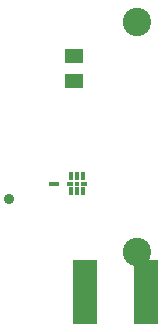
<source format=gts>
G04 Layer: TopSolderMaskLayer*
G04 EasyEDA v6.5.44, 2024-08-09 16:29:29*
G04 6a14bbe4783e4c45b3198a44848b54db,9d7ba2091113474d8fe43b4f46ca5270,10*
G04 Gerber Generator version 0.2*
G04 Scale: 100 percent, Rotated: No, Reflected: No *
G04 Dimensions in millimeters *
G04 leading zeros omitted , absolute positions ,4 integer and 5 decimal *
%FSLAX45Y45*%
%MOMM*%

%AMMACRO1*4,1,8,-0.396,-0.2008,-0.4257,-0.1708,-0.4257,0.1711,-0.396,0.2008,0.3957,0.2008,0.4257,0.1711,0.4257,-0.1708,0.3957,-0.2008,-0.396,-0.2008,0*%
%AMMACRO2*4,1,8,-1.026,-2.7508,-1.0558,-2.7208,-1.0558,2.7211,-1.026,2.7508,1.0258,2.7508,1.0558,2.7211,1.0558,-2.7208,1.0258,-2.7508,-1.026,-2.7508,0*%
%AMMACRO3*4,1,8,-0.7209,-0.5508,-0.7506,-0.5208,-0.7506,0.5211,-0.7209,0.5508,0.7206,0.5508,0.7506,0.5211,0.7506,-0.5208,0.7206,-0.5508,-0.7209,-0.5508,0*%
%AMMACRO4*4,1,8,-0.161,-0.3009,-0.1908,-0.2709,-0.1908,0.2711,-0.161,0.3009,0.1608,0.3009,0.1908,0.2711,0.1908,-0.2709,0.1608,-0.3009,-0.161,-0.3009,0*%
%AMMACRO5*4,1,8,-0.2461,-0.2008,-0.2758,-0.1708,-0.2758,0.1711,-0.2461,0.2008,0.2459,0.2008,0.2758,0.1711,0.2758,-0.1708,0.2459,-0.2008,-0.2461,-0.2008,0*%
%AMMACRO6*4,1,8,-0.1711,-0.2008,-0.2008,-0.1708,-0.2008,0.1711,-0.1711,0.2008,0.1708,0.2008,0.2008,0.1711,0.2008,-0.1708,0.1708,-0.2008,-0.1711,-0.2008,0*%
%ADD10MACRO1*%
%ADD11C,0.9096*%
%ADD12MACRO2*%
%ADD13MACRO3*%
%ADD14MACRO4*%
%ADD15MACRO5*%
%ADD16MACRO6*%
%ADD17C,2.4016*%

%LPD*%
D10*
G01*
X3416300Y1943087D03*
D11*
G01*
X3035300Y1816100D03*
D12*
G01*
X3678999Y1028700D03*
G01*
X4195000Y1028700D03*
D13*
G01*
X3581400Y3026016D03*
G01*
X3581400Y2815958D03*
D14*
G01*
X3556812Y1878088D03*
G01*
X3606800Y1878088D03*
G01*
X3656787Y1878088D03*
D15*
G01*
X3666794Y1943087D03*
D14*
G01*
X3656812Y2008085D03*
G01*
X3606800Y2008085D03*
G01*
X3556812Y2008085D03*
D15*
G01*
X3546805Y1943087D03*
D16*
G01*
X3606787Y1943087D03*
D17*
G01*
X4114800Y3311804D03*
G01*
X4114800Y1361795D03*
M02*

</source>
